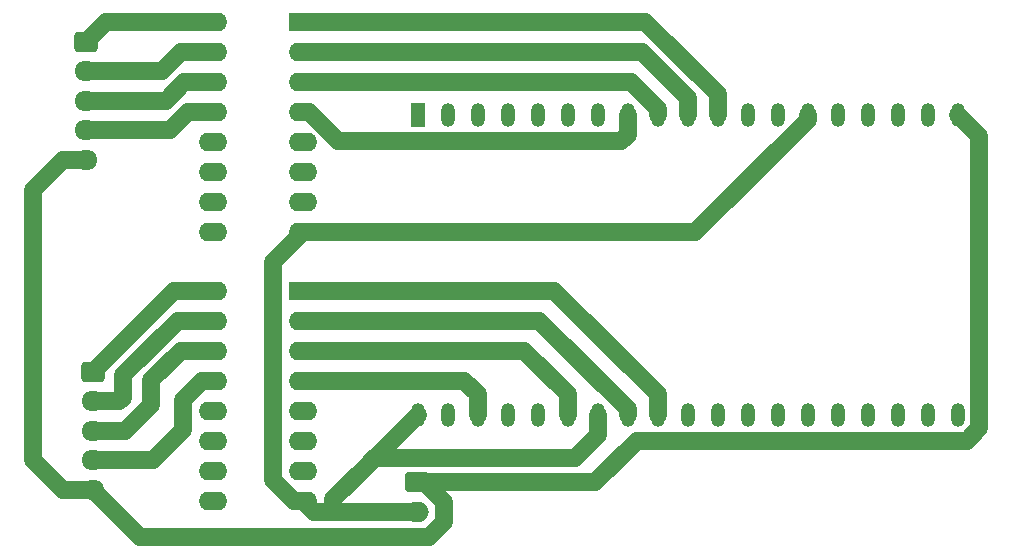
<source format=gbr>
%TF.GenerationSoftware,KiCad,Pcbnew,8.0.0*%
%TF.CreationDate,2024-03-19T17:03:54+01:00*%
%TF.ProjectId,PCB_Drone_THT,5043425f-4472-46f6-9e65-5f5448542e6b,rev?*%
%TF.SameCoordinates,Original*%
%TF.FileFunction,Copper,L1,Top*%
%TF.FilePolarity,Positive*%
%FSLAX46Y46*%
G04 Gerber Fmt 4.6, Leading zero omitted, Abs format (unit mm)*
G04 Created by KiCad (PCBNEW 8.0.0) date 2024-03-19 17:03:54*
%MOMM*%
%LPD*%
G01*
G04 APERTURE LIST*
G04 Aperture macros list*
%AMRoundRect*
0 Rectangle with rounded corners*
0 $1 Rounding radius*
0 $2 $3 $4 $5 $6 $7 $8 $9 X,Y pos of 4 corners*
0 Add a 4 corners polygon primitive as box body*
4,1,4,$2,$3,$4,$5,$6,$7,$8,$9,$2,$3,0*
0 Add four circle primitives for the rounded corners*
1,1,$1+$1,$2,$3*
1,1,$1+$1,$4,$5*
1,1,$1+$1,$6,$7*
1,1,$1+$1,$8,$9*
0 Add four rect primitives between the rounded corners*
20,1,$1+$1,$2,$3,$4,$5,0*
20,1,$1+$1,$4,$5,$6,$7,0*
20,1,$1+$1,$6,$7,$8,$9,0*
20,1,$1+$1,$8,$9,$2,$3,0*%
G04 Aperture macros list end*
%TA.AperFunction,ComponentPad*%
%ADD10R,2.400000X1.600000*%
%TD*%
%TA.AperFunction,ComponentPad*%
%ADD11O,2.400000X1.600000*%
%TD*%
%TA.AperFunction,ComponentPad*%
%ADD12RoundRect,0.250000X-0.750000X0.600000X-0.750000X-0.600000X0.750000X-0.600000X0.750000X0.600000X0*%
%TD*%
%TA.AperFunction,ComponentPad*%
%ADD13O,2.000000X1.700000*%
%TD*%
%TA.AperFunction,ComponentPad*%
%ADD14R,1.200000X2.000000*%
%TD*%
%TA.AperFunction,ComponentPad*%
%ADD15O,1.200000X2.000000*%
%TD*%
%TA.AperFunction,ComponentPad*%
%ADD16RoundRect,0.250000X-0.725000X0.600000X-0.725000X-0.600000X0.725000X-0.600000X0.725000X0.600000X0*%
%TD*%
%TA.AperFunction,ComponentPad*%
%ADD17O,1.950000X1.700000*%
%TD*%
%TA.AperFunction,Conductor*%
%ADD18C,1.500000*%
%TD*%
G04 APERTURE END LIST*
D10*
%TO.P,U1,1,I1*%
%TO.N,Net-(DevBoard1-GPIO18)*%
X134249442Y-102500000D03*
D11*
%TO.P,U1,2,I2*%
%TO.N,Net-(DevBoard1-GPIO19)*%
X134249442Y-105040000D03*
%TO.P,U1,3,I3*%
%TO.N,Net-(DevBoard1-GPIO21)*%
X134249442Y-107580000D03*
%TO.P,U1,4,I4*%
%TO.N,Net-(DevBoard1-GPIO22)*%
X134249442Y-110120000D03*
%TO.P,U1,5,I5*%
%TO.N,unconnected-(U1-I5-Pad5)*%
X134249442Y-112660000D03*
%TO.P,U1,6,I6*%
%TO.N,unconnected-(U1-I6-Pad6)*%
X134249442Y-115200000D03*
%TO.P,U1,7,I7*%
%TO.N,unconnected-(U1-I7-Pad7)*%
X134249442Y-117740000D03*
%TO.P,U1,8,GND*%
%TO.N,GND*%
X134249442Y-120280000D03*
%TO.P,U1,9,COM*%
%TO.N,unconnected-(U1-COM-Pad9)*%
X126629442Y-120280000D03*
%TO.P,U1,10,O7*%
%TO.N,unconnected-(U1-O7-Pad10)*%
X126629442Y-117740000D03*
%TO.P,U1,11,O6*%
%TO.N,unconnected-(U1-O6-Pad11)*%
X126629442Y-115200000D03*
%TO.P,U1,12,O5*%
%TO.N,unconnected-(U1-O5-Pad12)*%
X126629442Y-112660000D03*
%TO.P,U1,13,O4*%
%TO.N,Net-(Stepper1_48BYJ-28-Pin_4)*%
X126629442Y-110120000D03*
%TO.P,U1,14,O3*%
%TO.N,Net-(Stepper1_48BYJ-28-Pin_3)*%
X126629442Y-107580000D03*
%TO.P,U1,15,O2*%
%TO.N,Net-(Stepper1_48BYJ-28-Pin_2)*%
X126629442Y-105040000D03*
%TO.P,U1,16,O1*%
%TO.N,Net-(Stepper1_48BYJ-28-Pin_1)*%
X126629442Y-102500000D03*
%TD*%
D10*
%TO.P,U2,1,I1*%
%TO.N,Net-(DevBoard1-ADC2_CH7{slash}GPIO27)*%
X134249442Y-79800000D03*
D11*
%TO.P,U2,2,I2*%
%TO.N,Net-(DevBoard1-DAC_2{slash}ADC2_CH9{slash}GPIO26)*%
X134249442Y-82340000D03*
%TO.P,U2,3,I3*%
%TO.N,Net-(DevBoard1-DAC_1{slash}ADC2_CH8{slash}GPIO25)*%
X134249442Y-84880000D03*
%TO.P,U2,4,I4*%
%TO.N,Net-(DevBoard1-32K_XN{slash}GPIO33{slash}ADC1_CH5)*%
X134249442Y-87420000D03*
%TO.P,U2,5,I5*%
%TO.N,unconnected-(U2-I5-Pad5)*%
X134249442Y-89960000D03*
%TO.P,U2,6,I6*%
%TO.N,unconnected-(U2-I6-Pad6)*%
X134249442Y-92500000D03*
%TO.P,U2,7,I7*%
%TO.N,unconnected-(U2-I7-Pad7)*%
X134249442Y-95040000D03*
%TO.P,U2,8,GND*%
%TO.N,GND*%
X134249442Y-97580000D03*
%TO.P,U2,9,COM*%
%TO.N,unconnected-(U2-COM-Pad9)*%
X126629442Y-97580000D03*
%TO.P,U2,10,O7*%
%TO.N,unconnected-(U2-O7-Pad10)*%
X126629442Y-95040000D03*
%TO.P,U2,11,O6*%
%TO.N,unconnected-(U2-O6-Pad11)*%
X126629442Y-92500000D03*
%TO.P,U2,12,O5*%
%TO.N,unconnected-(U2-O5-Pad12)*%
X126629442Y-89960000D03*
%TO.P,U2,13,O4*%
%TO.N,Net-(Stepper2_48BYJ-28-Pin_4)*%
X126629442Y-87420000D03*
%TO.P,U2,14,O3*%
%TO.N,Net-(Stepper2_48BYJ-28-Pin_3)*%
X126629442Y-84880000D03*
%TO.P,U2,15,O2*%
%TO.N,Net-(Stepper2_48BYJ-28-Pin_2)*%
X126629442Y-82340000D03*
%TO.P,U2,16,O1*%
%TO.N,Net-(Stepper2_48BYJ-28-Pin_1)*%
X126629442Y-79800000D03*
%TD*%
D12*
%TO.P,BatterySocket1,1,Pin_1*%
%TO.N,Net-(BatterySocket1-Pin_1)*%
X143902882Y-118750000D03*
D13*
%TO.P,BatterySocket1,2,Pin_2*%
%TO.N,GND*%
X143902882Y-121250000D03*
%TD*%
D14*
%TO.P,DevBoard1,1,3V3*%
%TO.N,unconnected-(DevBoard1-3V3-Pad1)*%
X143949442Y-87600000D03*
D15*
%TO.P,DevBoard1,2,CHIP_PU*%
%TO.N,unconnected-(DevBoard1-CHIP_PU-Pad2)*%
X146489442Y-87600000D03*
%TO.P,DevBoard1,3,SENSOR_VP/GPIO36/ADC1_CH0*%
%TO.N,unconnected-(DevBoard1-SENSOR_VP{slash}GPIO36{slash}ADC1_CH0-Pad3)*%
X149029442Y-87600000D03*
%TO.P,DevBoard1,4,SENSOR_VN/GPIO39/ADC1_CH3*%
%TO.N,unconnected-(DevBoard1-SENSOR_VN{slash}GPIO39{slash}ADC1_CH3-Pad4)*%
X151569442Y-87600000D03*
%TO.P,DevBoard1,5,VDET_1/GPIO34/ADC1_CH6*%
%TO.N,unconnected-(DevBoard1-VDET_1{slash}GPIO34{slash}ADC1_CH6-Pad5)*%
X154109442Y-87600000D03*
%TO.P,DevBoard1,6,VDET_2/GPIO35/ADC1_CH7*%
%TO.N,unconnected-(DevBoard1-VDET_2{slash}GPIO35{slash}ADC1_CH7-Pad6)*%
X156649442Y-87600000D03*
%TO.P,DevBoard1,7,32K_XP/GPIO32/ADC1_CH4*%
%TO.N,unconnected-(DevBoard1-32K_XP{slash}GPIO32{slash}ADC1_CH4-Pad7)*%
X159189442Y-87600000D03*
%TO.P,DevBoard1,8,32K_XN/GPIO33/ADC1_CH5*%
%TO.N,Net-(DevBoard1-32K_XN{slash}GPIO33{slash}ADC1_CH5)*%
X161729442Y-87600000D03*
%TO.P,DevBoard1,9,DAC_1/ADC2_CH8/GPIO25*%
%TO.N,Net-(DevBoard1-DAC_1{slash}ADC2_CH8{slash}GPIO25)*%
X164269442Y-87600000D03*
%TO.P,DevBoard1,10,DAC_2/ADC2_CH9/GPIO26*%
%TO.N,Net-(DevBoard1-DAC_2{slash}ADC2_CH9{slash}GPIO26)*%
X166809442Y-87600000D03*
%TO.P,DevBoard1,11,ADC2_CH7/GPIO27*%
%TO.N,Net-(DevBoard1-ADC2_CH7{slash}GPIO27)*%
X169349442Y-87600000D03*
%TO.P,DevBoard1,12,MTMS/GPIO14/ADC2_CH6*%
%TO.N,unconnected-(DevBoard1-MTMS{slash}GPIO14{slash}ADC2_CH6-Pad12)*%
X171889442Y-87600000D03*
%TO.P,DevBoard1,13,MTDI/GPIO12/ADC2_CH5*%
%TO.N,unconnected-(DevBoard1-MTDI{slash}GPIO12{slash}ADC2_CH5-Pad13)*%
X174429442Y-87600000D03*
%TO.P,DevBoard1,14,GND*%
%TO.N,GND*%
X176969442Y-87600000D03*
%TO.P,DevBoard1,15,MTCK/GPIO13/ADC2_CH4*%
%TO.N,unconnected-(DevBoard1-MTCK{slash}GPIO13{slash}ADC2_CH4-Pad15)*%
X179509442Y-87600000D03*
%TO.P,DevBoard1,16,SD_DATA2/GPIO9*%
%TO.N,unconnected-(DevBoard1-SD_DATA2{slash}GPIO9-Pad16)*%
X182049442Y-87600000D03*
%TO.P,DevBoard1,17,SD_DATA3/GPIO10*%
%TO.N,unconnected-(DevBoard1-SD_DATA3{slash}GPIO10-Pad17)*%
X184589442Y-87600000D03*
%TO.P,DevBoard1,18,CMD*%
%TO.N,unconnected-(DevBoard1-CMD-Pad18)*%
X187129442Y-87600000D03*
%TO.P,DevBoard1,19,5V*%
%TO.N,Net-(BatterySocket1-Pin_1)*%
X189669442Y-87600000D03*
%TO.P,DevBoard1,20,SD_CLK/GPIO6*%
%TO.N,unconnected-(DevBoard1-SD_CLK{slash}GPIO6-Pad20)*%
X189666722Y-112996320D03*
%TO.P,DevBoard1,21,SD_DATA0/GPIO7*%
%TO.N,unconnected-(DevBoard1-SD_DATA0{slash}GPIO7-Pad21)*%
X187126722Y-112996320D03*
%TO.P,DevBoard1,22,SD_DATA1/GPIO8*%
%TO.N,unconnected-(DevBoard1-SD_DATA1{slash}GPIO8-Pad22)*%
X184589442Y-113000000D03*
%TO.P,DevBoard1,23,MTDO/GPIO15/ADC2_CH3*%
%TO.N,unconnected-(DevBoard1-MTDO{slash}GPIO15{slash}ADC2_CH3-Pad23)*%
X182049442Y-113000000D03*
%TO.P,DevBoard1,24,ADC2_CH2/GPIO2*%
%TO.N,unconnected-(DevBoard1-ADC2_CH2{slash}GPIO2-Pad24)*%
X179509442Y-113000000D03*
%TO.P,DevBoard1,25,GPIO0/BOOT/ADC2_CH1*%
%TO.N,unconnected-(DevBoard1-GPIO0{slash}BOOT{slash}ADC2_CH1-Pad25)*%
X176969442Y-113000000D03*
%TO.P,DevBoard1,26,ADC2_CH0/GPIO4*%
%TO.N,unconnected-(DevBoard1-ADC2_CH0{slash}GPIO4-Pad26)*%
X174429442Y-113000000D03*
%TO.P,DevBoard1,27,GPIO16*%
%TO.N,unconnected-(DevBoard1-GPIO16-Pad27)*%
X171889442Y-113000000D03*
%TO.P,DevBoard1,28,GPIO17*%
%TO.N,unconnected-(DevBoard1-GPIO17-Pad28)*%
X169349442Y-113000000D03*
%TO.P,DevBoard1,29,GPIO5*%
%TO.N,unconnected-(DevBoard1-GPIO5-Pad29)*%
X166809442Y-113000000D03*
%TO.P,DevBoard1,30,GPIO18*%
%TO.N,Net-(DevBoard1-GPIO18)*%
X164269442Y-113000000D03*
%TO.P,DevBoard1,31,GPIO19*%
%TO.N,Net-(DevBoard1-GPIO19)*%
X161729442Y-113000000D03*
%TO.P,DevBoard1,32,GND*%
%TO.N,GND*%
X159189442Y-113000000D03*
%TO.P,DevBoard1,33,GPIO21*%
%TO.N,Net-(DevBoard1-GPIO21)*%
X156649442Y-113000000D03*
%TO.P,DevBoard1,34,U0RXD/GPIO3*%
%TO.N,unconnected-(DevBoard1-U0RXD{slash}GPIO3-Pad34)*%
X154109442Y-113000000D03*
%TO.P,DevBoard1,35,U0TXD/GPIO1*%
%TO.N,unconnected-(DevBoard1-U0TXD{slash}GPIO1-Pad35)*%
X151569442Y-113000000D03*
%TO.P,DevBoard1,36,GPIO22*%
%TO.N,Net-(DevBoard1-GPIO22)*%
X149029442Y-113000000D03*
%TO.P,DevBoard1,37,GPIO23*%
%TO.N,unconnected-(DevBoard1-GPIO23-Pad37)*%
X146489442Y-113000000D03*
%TO.P,DevBoard1,38,GND*%
%TO.N,GND*%
X143949442Y-113000000D03*
%TD*%
D16*
%TO.P,Stepper1_48BYJ-28,1,Pin_1*%
%TO.N,Net-(Stepper1_48BYJ-28-Pin_1)*%
X116469442Y-109380000D03*
D17*
%TO.P,Stepper1_48BYJ-28,2,Pin_2*%
%TO.N,Net-(Stepper1_48BYJ-28-Pin_2)*%
X116469442Y-111880000D03*
%TO.P,Stepper1_48BYJ-28,3,Pin_3*%
%TO.N,Net-(Stepper1_48BYJ-28-Pin_3)*%
X116469442Y-114380000D03*
%TO.P,Stepper1_48BYJ-28,4,Pin_4*%
%TO.N,Net-(Stepper1_48BYJ-28-Pin_4)*%
X116469442Y-116880000D03*
%TO.P,Stepper1_48BYJ-28,5,Pin_5*%
%TO.N,Net-(BatterySocket1-Pin_1)*%
X116469442Y-119380000D03*
%TD*%
D16*
%TO.P,Stepper2_48BYJ-28,1,Pin_1*%
%TO.N,Net-(Stepper2_48BYJ-28-Pin_1)*%
X115894442Y-81440000D03*
D17*
%TO.P,Stepper2_48BYJ-28,2,Pin_2*%
%TO.N,Net-(Stepper2_48BYJ-28-Pin_2)*%
X115894442Y-83940000D03*
%TO.P,Stepper2_48BYJ-28,3,Pin_3*%
%TO.N,Net-(Stepper2_48BYJ-28-Pin_3)*%
X115894442Y-86440000D03*
%TO.P,Stepper2_48BYJ-28,4,Pin_4*%
%TO.N,Net-(Stepper2_48BYJ-28-Pin_4)*%
X115894442Y-88940000D03*
%TO.P,Stepper2_48BYJ-28,5,Pin_5*%
%TO.N,Net-(BatterySocket1-Pin_1)*%
X115894442Y-91440000D03*
%TD*%
D18*
%TO.N,GND*%
X135219442Y-121250000D02*
X136789442Y-121250000D01*
X134249442Y-120280000D02*
X135219442Y-121250000D01*
X134249442Y-120280000D02*
X133490304Y-120280000D01*
X176969442Y-88076295D02*
X176969442Y-87600000D01*
X139719442Y-117230000D02*
X143949442Y-113000000D01*
X140299442Y-116650000D02*
X157239442Y-116650000D01*
X133490304Y-120280000D02*
X131709442Y-118499138D01*
X136789442Y-121250000D02*
X143902882Y-121250000D01*
X167465737Y-97580000D02*
X176969442Y-88076295D01*
X159189442Y-114700000D02*
X159189442Y-113000000D01*
X136789442Y-120160000D02*
X139719442Y-117230000D01*
X131709442Y-118499138D02*
X131709442Y-100120000D01*
X139719442Y-117230000D02*
X140299442Y-116650000D01*
X134249442Y-97580000D02*
X167465737Y-97580000D01*
X131709442Y-100120000D02*
X134249442Y-97580000D01*
X136789442Y-121250000D02*
X136789442Y-120160000D01*
X157239442Y-116650000D02*
X159189442Y-114700000D01*
%TO.N,Net-(BatterySocket1-Pin_1)*%
X191516722Y-114162615D02*
X191516722Y-89447280D01*
X144522730Y-118750000D02*
X143902882Y-118750000D01*
X146152882Y-120380152D02*
X144522730Y-118750000D01*
X116469442Y-119380000D02*
X120439442Y-123350000D01*
X191516722Y-89447280D02*
X189669442Y-87600000D01*
X115894442Y-91440000D02*
X113929442Y-91440000D01*
X158995737Y-118750000D02*
X162495738Y-115250000D01*
X113929442Y-91440000D02*
X111389442Y-93980000D01*
X111389442Y-93980000D02*
X111389442Y-116840000D01*
X113929442Y-119380000D02*
X116469442Y-119380000D01*
X144922730Y-123350000D02*
X146152882Y-122119848D01*
X162495738Y-115250000D02*
X190429337Y-115250000D01*
X146152882Y-122119848D02*
X146152882Y-120380152D01*
X111389442Y-116840000D02*
X113929442Y-119380000D01*
X190429337Y-115250000D02*
X191516722Y-114162615D01*
X120439442Y-123350000D02*
X144922730Y-123350000D01*
X143902882Y-118750000D02*
X158995737Y-118750000D01*
%TO.N,Net-(DevBoard1-GPIO18)*%
X155469442Y-102500000D02*
X134249442Y-102500000D01*
X164269442Y-113000000D02*
X164269442Y-111300000D01*
X164269442Y-111300000D02*
X155469442Y-102500000D01*
%TO.N,Net-(DevBoard1-GPIO21)*%
X152929442Y-107580000D02*
X134249442Y-107580000D01*
X156649442Y-111300000D02*
X152929442Y-107580000D01*
X156649442Y-113000000D02*
X156649442Y-111300000D01*
%TO.N,Net-(DevBoard1-ADC2_CH7{slash}GPIO27)*%
X169349442Y-85900000D02*
X163239442Y-79790000D01*
X163239442Y-79790000D02*
X163229442Y-79800000D01*
X163229442Y-79800000D02*
X134249442Y-79800000D01*
X169349442Y-87600000D02*
X169349442Y-85900000D01*
%TO.N,Net-(DevBoard1-DAC_1{slash}ADC2_CH8{slash}GPIO25)*%
X164269442Y-87123705D02*
X162025737Y-84880000D01*
X162025737Y-84880000D02*
X134249442Y-84880000D01*
X164269442Y-87600000D02*
X164269442Y-87123705D01*
%TO.N,Net-(DevBoard1-DAC_2{slash}ADC2_CH9{slash}GPIO26)*%
X162961014Y-82340000D02*
X134249442Y-82340000D01*
X162961014Y-82340000D02*
X166809442Y-86188428D01*
X166809442Y-87600000D02*
X166809442Y-86188428D01*
%TO.N,Net-(DevBoard1-GPIO19)*%
X154245737Y-105040000D02*
X134249442Y-105040000D01*
X161729442Y-113000000D02*
X161729442Y-112523705D01*
X161729442Y-112523705D02*
X154245737Y-105040000D01*
%TO.N,Net-(DevBoard1-32K_XN{slash}GPIO33{slash}ADC1_CH5)*%
X161729442Y-87600000D02*
X161729442Y-89300000D01*
X137219442Y-89850000D02*
X134789442Y-87420000D01*
X161729442Y-89300000D02*
X161179442Y-89850000D01*
X161179442Y-89850000D02*
X137219442Y-89850000D01*
%TO.N,Net-(DevBoard1-GPIO22)*%
X149029442Y-111300000D02*
X147849442Y-110120000D01*
X147849442Y-110120000D02*
X134249442Y-110120000D01*
X149029442Y-113000000D02*
X149029442Y-111300000D01*
%TO.N,Net-(Stepper1_48BYJ-28-Pin_2)*%
X123641015Y-105040000D02*
X119009442Y-109671573D01*
X126629442Y-105040000D02*
X123641015Y-105040000D01*
X118694442Y-111880000D02*
X119009442Y-111565000D01*
X119009442Y-111565000D02*
X119009442Y-109671573D01*
X116469442Y-111880000D02*
X118694442Y-111880000D01*
%TO.N,Net-(Stepper1_48BYJ-28-Pin_4)*%
X118969442Y-116880000D02*
X116469442Y-116880000D01*
X121549442Y-116840000D02*
X119009442Y-116840000D01*
X124089442Y-114300000D02*
X121549442Y-116840000D01*
X126629442Y-110120000D02*
X125729442Y-110120000D01*
X125729442Y-110120000D02*
X124089442Y-111760000D01*
X124089442Y-111760000D02*
X124089442Y-114300000D01*
X119009442Y-116840000D02*
X118969442Y-116880000D01*
%TO.N,Net-(Stepper1_48BYJ-28-Pin_3)*%
X119217870Y-114380000D02*
X116469442Y-114380000D01*
X123929442Y-107580000D02*
X121405228Y-110104214D01*
X121405228Y-110104214D02*
X121405228Y-112192642D01*
X126629442Y-107580000D02*
X123929442Y-107580000D01*
X121405228Y-112192642D02*
X119217870Y-114380000D01*
%TO.N,Net-(Stepper1_48BYJ-28-Pin_1)*%
X123349442Y-102500000D02*
X116469442Y-109380000D01*
X126629442Y-102500000D02*
X123349442Y-102500000D01*
%TO.N,Net-(Stepper2_48BYJ-28-Pin_3)*%
X124217870Y-84880000D02*
X122657870Y-86440000D01*
X126629442Y-84880000D02*
X124217870Y-84880000D01*
X122657870Y-86440000D02*
X115894442Y-86440000D01*
%TO.N,Net-(Stepper2_48BYJ-28-Pin_4)*%
X124506298Y-87420000D02*
X122986298Y-88940000D01*
X122986298Y-88940000D02*
X115894442Y-88940000D01*
X126629442Y-87420000D02*
X124506298Y-87420000D01*
%TO.N,Net-(Stepper2_48BYJ-28-Pin_2)*%
X123929442Y-82340000D02*
X122329442Y-83940000D01*
X126629442Y-82340000D02*
X123929442Y-82340000D01*
X122329442Y-83940000D02*
X115894442Y-83940000D01*
%TO.N,Net-(Stepper2_48BYJ-28-Pin_1)*%
X117534442Y-79800000D02*
X115894442Y-81440000D01*
X126629442Y-79800000D02*
X117534442Y-79800000D01*
%TD*%
M02*

</source>
